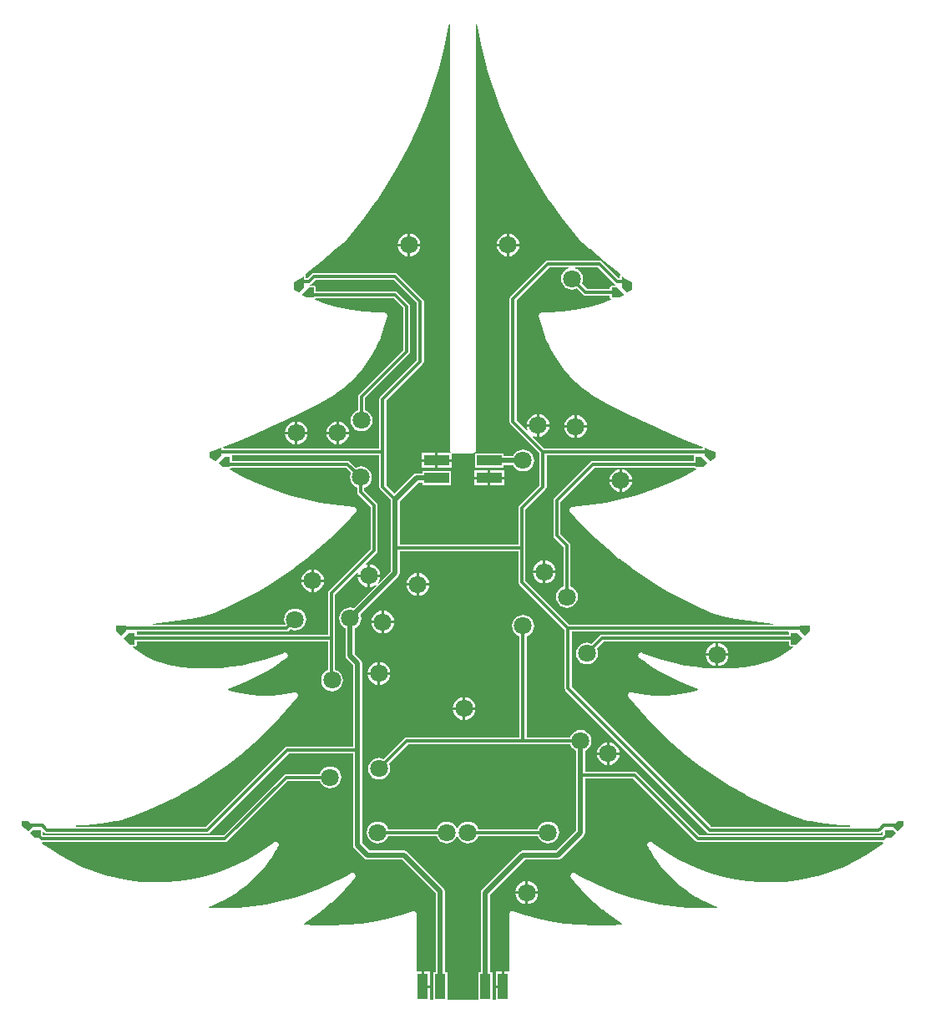
<source format=gbr>
%TF.GenerationSoftware,Altium Limited,Altium Designer,21.2.1 (34)*%
G04 Layer_Physical_Order=2*
G04 Layer_Color=11511158*
%FSLAX25Y25*%
%MOIN*%
%TF.SameCoordinates,D824F303-33D3-4EC3-9BEE-61EECA8924FC*%
%TF.FilePolarity,Positive*%
%TF.FileFunction,Copper,L2,Bot,Signal*%
%TF.Part,Single*%
G01*
G75*
%TA.AperFunction,SMDPad,CuDef*%
%ADD10R,0.03937X0.09843*%
%ADD11R,0.09843X0.03937*%
%ADD12R,0.01968X0.01968*%
%TA.AperFunction,Conductor*%
%ADD13C,0.01968*%
%ADD14C,0.01181*%
%TA.AperFunction,ViaPad*%
%ADD15R,0.03937X0.09843*%
%ADD16R,0.09843X0.03937*%
%ADD17C,0.07087*%
G36*
X243507Y311507D02*
X243962Y311202D01*
X243990Y311196D01*
X243951Y310803D01*
X242500D01*
X242193Y310742D01*
X241932Y310568D01*
X241758Y310307D01*
X241697Y310000D01*
Y309405D01*
X232582D01*
X230397Y311590D01*
X230719Y312369D01*
X230868Y313500D01*
X230719Y314631D01*
X230283Y315684D01*
X229589Y316589D01*
X228684Y317283D01*
X227630Y317719D01*
X227707Y318095D01*
X236918D01*
X243507Y311507D01*
D02*
G37*
G36*
X248000Y313500D02*
X250500Y312000D01*
Y309000D01*
X248478Y307978D01*
X246456Y310000D01*
Y314426D01*
X248000Y313500D01*
D02*
G37*
G36*
X119544Y310000D02*
X117522Y307978D01*
X115500Y309000D01*
Y312000D01*
X118000Y313500D01*
X119544Y314426D01*
Y310000D01*
D02*
G37*
G36*
X247500Y307000D02*
X245500Y306000D01*
X242500D01*
Y310000D01*
X244500D01*
X247500Y307000D01*
D02*
G37*
G36*
X123500Y306000D02*
X120500D01*
X118500Y307000D01*
X121500Y310000D01*
X123500D01*
Y306000D01*
D02*
G37*
G36*
X164595Y303918D02*
Y281082D01*
X150006Y266493D01*
X149702Y266038D01*
X149595Y265500D01*
Y245905D01*
X87368D01*
X87308Y246299D01*
X87534Y246517D01*
X93509Y248897D01*
X93518Y248903D01*
X93528Y248905D01*
X99819Y251535D01*
X99828Y251540D01*
X99838Y251543D01*
X106084Y254278D01*
X106092Y254284D01*
X106102Y254286D01*
X112301Y257126D01*
X112310Y257132D01*
X112320Y257135D01*
X118470Y260078D01*
X118478Y260085D01*
X118488Y260087D01*
X124588Y263134D01*
X124594Y263139D01*
X124602Y263141D01*
X127632Y264703D01*
X127651Y264717D01*
X127673Y264725D01*
X129213Y265594D01*
X129238Y265616D01*
X129269Y265628D01*
X132248Y267533D01*
X132281Y267564D01*
X132321Y267583D01*
X135153Y269700D01*
X135183Y269733D01*
X135222Y269755D01*
X137892Y272073D01*
X137920Y272108D01*
X137957Y272133D01*
X140451Y274640D01*
X140476Y274677D01*
X140511Y274704D01*
X142816Y277386D01*
X142838Y277424D01*
X142871Y277454D01*
X144974Y280297D01*
X144993Y280337D01*
X145024Y280369D01*
X146915Y283358D01*
X146931Y283400D01*
X146959Y283434D01*
X148626Y286552D01*
X148639Y286595D01*
X148665Y286631D01*
X150101Y289863D01*
X150110Y289906D01*
X150133Y289944D01*
X151330Y293272D01*
X151336Y293316D01*
X151356Y293356D01*
X152307Y296762D01*
X152310Y296795D01*
X152323Y296826D01*
X152704Y298553D01*
X152707Y298682D01*
X152733Y298809D01*
X152712Y298915D01*
X152714Y299023D01*
X152667Y299143D01*
X152642Y299270D01*
X152583Y299360D01*
X152544Y299460D01*
X152454Y299554D01*
X152382Y299662D01*
X152293Y299722D01*
X152218Y299799D01*
X152100Y299851D01*
X151992Y299924D01*
X151887Y299945D01*
X151788Y299988D01*
X151659Y299991D01*
X151532Y300017D01*
X148909Y300024D01*
X143675Y300379D01*
X138475Y301076D01*
X133332Y302109D01*
X128268Y303476D01*
X124039Y304918D01*
X123971Y305290D01*
X124246Y305595D01*
X155418D01*
X159095Y301918D01*
Y285082D01*
X141507Y267493D01*
X141202Y267038D01*
X141095Y266500D01*
Y261106D01*
X140316Y260783D01*
X139411Y260089D01*
X138717Y259184D01*
X138281Y258131D01*
X138132Y257000D01*
X138281Y255870D01*
X138717Y254816D01*
X139411Y253911D01*
X140316Y253217D01*
X141369Y252781D01*
X142500Y252632D01*
X143631Y252781D01*
X144684Y253217D01*
X145589Y253911D01*
X146283Y254816D01*
X146719Y255870D01*
X146868Y257000D01*
X146719Y258131D01*
X146283Y259184D01*
X145589Y260089D01*
X144684Y260783D01*
X143905Y261106D01*
Y265918D01*
X161494Y283507D01*
X161798Y283962D01*
X161905Y284500D01*
Y302500D01*
X161798Y303038D01*
X161494Y303493D01*
X156993Y307993D01*
X156538Y308298D01*
X156000Y308405D01*
X124303D01*
Y310000D01*
X124242Y310307D01*
X124068Y310568D01*
X123807Y310742D01*
X123500Y310803D01*
X122049D01*
X122010Y311196D01*
X122038Y311202D01*
X122494Y311507D01*
X124082Y313095D01*
X155418D01*
X164595Y303918D01*
D02*
G37*
G36*
X225370Y317719D02*
X224316Y317283D01*
X223411Y316589D01*
X222717Y315684D01*
X222281Y314631D01*
X222132Y313500D01*
X222281Y312369D01*
X222717Y311316D01*
X223411Y310411D01*
X224316Y309717D01*
X225370Y309281D01*
X226500Y309132D01*
X227630Y309281D01*
X228410Y309604D01*
X231007Y307007D01*
X231462Y306702D01*
X232000Y306595D01*
X241697D01*
Y306000D01*
X241758Y305693D01*
X241932Y305432D01*
X242059Y305348D01*
X242026Y304921D01*
X237789Y303475D01*
X232724Y302109D01*
X227581Y301076D01*
X222381Y300379D01*
X217148Y300024D01*
X214525Y300017D01*
X214398Y299991D01*
X214268Y299988D01*
X214170Y299945D01*
X214064Y299924D01*
X213957Y299851D01*
X213838Y299799D01*
X213763Y299722D01*
X213674Y299662D01*
X213602Y299554D01*
X213513Y299460D01*
X213474Y299360D01*
X213414Y299270D01*
X213389Y299143D01*
X213342Y299022D01*
X213344Y298915D01*
X213324Y298809D01*
X213349Y298682D01*
X213352Y298553D01*
X213733Y296826D01*
X213747Y296795D01*
X213749Y296762D01*
X214700Y293356D01*
X214720Y293316D01*
X214727Y293272D01*
X215923Y289944D01*
X215946Y289906D01*
X215956Y289863D01*
X217391Y286631D01*
X217417Y286595D01*
X217430Y286552D01*
X219098Y283434D01*
X219126Y283399D01*
X219142Y283358D01*
X221032Y280369D01*
X221063Y280337D01*
X221082Y280297D01*
X223185Y277454D01*
X223218Y277424D01*
X223240Y277386D01*
X225546Y274704D01*
X225581Y274676D01*
X225605Y274639D01*
X228100Y272133D01*
X228137Y272108D01*
X228164Y272073D01*
X230835Y269755D01*
X230873Y269733D01*
X230903Y269700D01*
X233736Y267583D01*
X233776Y267564D01*
X233808Y267533D01*
X236787Y265628D01*
X236818Y265616D01*
X236844Y265594D01*
X238384Y264725D01*
X238406Y264717D01*
X238424Y264703D01*
X241455Y263141D01*
X241462Y263139D01*
X241468Y263134D01*
X247568Y260087D01*
X247578Y260084D01*
X247586Y260078D01*
X253737Y257135D01*
X253747Y257132D01*
X253755Y257126D01*
X259954Y254286D01*
X259964Y254284D01*
X259973Y254278D01*
X266218Y251543D01*
X266229Y251540D01*
X266237Y251535D01*
X272528Y248905D01*
X272538Y248903D01*
X272547Y248897D01*
X278485Y246532D01*
X278698Y246298D01*
X278626Y245905D01*
X215582D01*
X211004Y250483D01*
X211227Y250817D01*
X211814Y250574D01*
X212500Y250483D01*
Y254500D01*
X208483D01*
X208574Y253814D01*
X208817Y253227D01*
X208483Y253004D01*
X204405Y257082D01*
Y304918D01*
X217582Y318095D01*
X225293D01*
X225370Y317719D01*
D02*
G37*
G36*
X188734Y414012D02*
X188741Y413992D01*
X188742Y413971D01*
X190468Y405777D01*
X190479Y405751D01*
X190480Y405722D01*
X192588Y397618D01*
X192600Y397592D01*
X192603Y397564D01*
X195088Y389567D01*
X195101Y389542D01*
X195106Y389514D01*
X197962Y381643D01*
X197976Y381618D01*
X197982Y381590D01*
X201203Y373861D01*
X201219Y373837D01*
X201226Y373809D01*
X204805Y366239D01*
X204822Y366216D01*
X204830Y366189D01*
X208760Y358795D01*
X208778Y358773D01*
X208787Y358746D01*
X213059Y351543D01*
X213078Y351522D01*
X213088Y351496D01*
X217692Y344501D01*
X217712Y344481D01*
X217724Y344455D01*
X222650Y337683D01*
X222671Y337664D01*
X222684Y337639D01*
X227921Y331105D01*
X227938Y331091D01*
X227948Y331073D01*
X230680Y327900D01*
X230754Y327841D01*
X230813Y327768D01*
X233692Y325321D01*
X233699Y325317D01*
X233704Y325311D01*
X239522Y320488D01*
X239531Y320483D01*
X239537Y320475D01*
X245433Y315748D01*
X245442Y315743D01*
X245449Y315736D01*
X245833Y315438D01*
X245878Y315323D01*
X245893Y315251D01*
X245888Y314994D01*
X245833Y314912D01*
X245767Y314840D01*
X245747Y314783D01*
X245714Y314734D01*
X245695Y314637D01*
X245662Y314545D01*
X245665Y314485D01*
X245653Y314426D01*
Y313905D01*
X245082D01*
X238493Y320493D01*
X238038Y320798D01*
X237500Y320905D01*
X217000D01*
X216462Y320798D01*
X216007Y320493D01*
X202007Y306493D01*
X201702Y306038D01*
X201595Y305500D01*
Y256500D01*
X201702Y255962D01*
X202007Y255507D01*
X213595Y243918D01*
Y231082D01*
X205507Y222993D01*
X205202Y222538D01*
X205095Y222000D01*
Y207405D01*
X157806D01*
Y224752D01*
X165248Y232194D01*
X166791D01*
Y231244D01*
X178209D01*
Y236756D01*
X166791D01*
Y235806D01*
X164500D01*
X163809Y235669D01*
X163223Y235277D01*
X155716Y227771D01*
X152405Y231082D01*
Y244500D01*
Y264918D01*
X166993Y279507D01*
X167298Y279962D01*
X167405Y280500D01*
Y304500D01*
X167298Y305038D01*
X166993Y305493D01*
X156993Y315493D01*
X156538Y315798D01*
X156000Y315905D01*
X123500D01*
X122962Y315798D01*
X122506Y315493D01*
X120918Y313905D01*
X120347D01*
Y314426D01*
X120335Y314485D01*
X120338Y314545D01*
X120305Y314637D01*
X120286Y314734D01*
X120253Y314783D01*
X120232Y314840D01*
X120175Y314903D01*
X120155Y314930D01*
X120112Y314994D01*
X120140Y315283D01*
X120156Y315334D01*
X120198Y315419D01*
X120607Y315736D01*
X120614Y315743D01*
X120623Y315748D01*
X126519Y320476D01*
X126526Y320483D01*
X126534Y320488D01*
X132353Y325311D01*
X132357Y325317D01*
X132364Y325321D01*
X135243Y327768D01*
X135302Y327842D01*
X135376Y327900D01*
X138108Y331073D01*
X138119Y331092D01*
X138135Y331106D01*
X143373Y337640D01*
X143386Y337665D01*
X143407Y337685D01*
X148334Y344457D01*
X148346Y344483D01*
X148366Y344503D01*
X152970Y351499D01*
X152981Y351525D01*
X153000Y351547D01*
X157271Y358750D01*
X157281Y358777D01*
X157299Y358799D01*
X161229Y366195D01*
X161237Y366222D01*
X161254Y366245D01*
X164833Y373816D01*
X164840Y373844D01*
X164856Y373868D01*
X168077Y381598D01*
X168083Y381626D01*
X168098Y381650D01*
X170954Y389523D01*
X170958Y389551D01*
X170972Y389577D01*
X173456Y397574D01*
X173459Y397603D01*
X173471Y397628D01*
X175579Y405734D01*
X175580Y405762D01*
X175592Y405789D01*
X177317Y413983D01*
X177317Y414005D01*
X177325Y414025D01*
X177493Y414990D01*
X177887Y414956D01*
X177887Y245079D01*
X177979Y244618D01*
X178149Y244362D01*
X177972Y243969D01*
X173000D01*
Y241500D01*
X178421D01*
Y243637D01*
X178456Y243691D01*
X178815Y243929D01*
X179091Y243875D01*
X186965D01*
X187426Y243966D01*
X187489Y243938D01*
X187426Y243966D01*
X187418Y243965D01*
X187515Y243925D01*
X187713Y243815D01*
X187761Y243767D01*
X187791Y243460D01*
X187791Y243374D01*
Y238244D01*
X199209D01*
Y239194D01*
X203061D01*
X203217Y238816D01*
X203911Y237911D01*
X204816Y237217D01*
X205870Y236781D01*
X207000Y236632D01*
X208131Y236781D01*
X209184Y237217D01*
X210089Y237911D01*
X210783Y238816D01*
X211219Y239869D01*
X211368Y241000D01*
X211219Y242130D01*
X210783Y243184D01*
X210089Y244089D01*
X209184Y244783D01*
X208131Y245219D01*
X207000Y245368D01*
X205870Y245219D01*
X204816Y244783D01*
X203911Y244089D01*
X203217Y243184D01*
X203061Y242806D01*
X199209D01*
Y243756D01*
X188177D01*
X188133Y243756D01*
X187793Y244139D01*
X187801Y244198D01*
X187817Y244227D01*
X187833Y244251D01*
X188078Y244618D01*
X188169Y245079D01*
X188169Y414957D01*
X188563Y414991D01*
X188734Y414012D01*
D02*
G37*
G36*
X281000Y245500D02*
X284000Y244500D01*
Y242000D01*
X281813Y240687D01*
X279500Y243000D01*
X279500Y246000D01*
X281000Y245500D01*
D02*
G37*
G36*
X86500Y243000D02*
X84188Y240687D01*
X82000Y242000D01*
Y244500D01*
X85000Y245500D01*
X86500Y246000D01*
X86500Y243000D01*
D02*
G37*
G36*
X280500Y240000D02*
X279000Y238500D01*
X276000D01*
Y242500D01*
X278000D01*
X280500Y240000D01*
D02*
G37*
G36*
X90000Y238500D02*
X87000D01*
X85500Y240000D01*
X88000Y242500D01*
X90000D01*
Y238500D01*
D02*
G37*
G36*
X149595Y230500D02*
X149702Y229962D01*
X150006Y229507D01*
X154194Y225320D01*
Y206000D01*
Y196748D01*
X149340Y191895D01*
X149044Y192155D01*
X149469Y192709D01*
X149926Y193814D01*
X150017Y194500D01*
X146000D01*
Y190483D01*
X146686Y190574D01*
X147791Y191031D01*
X148345Y191456D01*
X148605Y191160D01*
X139508Y182063D01*
X139130Y182219D01*
X138000Y182368D01*
X136870Y182219D01*
X135816Y181783D01*
X134911Y181089D01*
X134217Y180184D01*
X133781Y179130D01*
X133632Y178000D01*
X133781Y176869D01*
X134217Y175816D01*
X134911Y174911D01*
X135816Y174217D01*
X136194Y174061D01*
Y163000D01*
X136331Y162309D01*
X136723Y161723D01*
X139194Y159252D01*
Y126905D01*
X113000D01*
X112462Y126798D01*
X112006Y126494D01*
X80418Y94905D01*
X28611D01*
X28605Y95299D01*
X32513Y95425D01*
X32551Y95434D01*
X32590Y95430D01*
X38355Y95989D01*
X38392Y96000D01*
X38431Y95999D01*
X44147Y96928D01*
X44175Y96938D01*
X44205Y96938D01*
X47037Y97540D01*
X47100Y97567D01*
X47168Y97576D01*
X47175Y97580D01*
X47184Y97581D01*
X50555Y98759D01*
X50574Y98770D01*
X50596Y98773D01*
X57249Y101370D01*
X57274Y101386D01*
X57303Y101392D01*
X63823Y104305D01*
X63847Y104322D01*
X63876Y104330D01*
X70249Y107554D01*
X70272Y107572D01*
X70300Y107581D01*
X76510Y111108D01*
X76532Y111127D01*
X76560Y111137D01*
X82593Y114959D01*
X82615Y114979D01*
X82642Y114991D01*
X88485Y119097D01*
X88505Y119119D01*
X88531Y119132D01*
X94170Y123515D01*
X94189Y123537D01*
X94214Y123552D01*
X99636Y128201D01*
X99654Y128224D01*
X99679Y128240D01*
X104870Y133144D01*
X104887Y133168D01*
X104911Y133185D01*
X109860Y138334D01*
X109876Y138359D01*
X109900Y138377D01*
X114595Y143757D01*
X114606Y143777D01*
X114623Y143791D01*
X116873Y146564D01*
X116911Y146635D01*
X116965Y146695D01*
X117019Y146842D01*
X117092Y146980D01*
X117099Y147060D01*
X117127Y147136D01*
X117121Y147292D01*
X117136Y147448D01*
X117112Y147525D01*
X117108Y147605D01*
X117043Y147747D01*
X116997Y147897D01*
X116945Y147959D01*
X116911Y148032D01*
X116796Y148138D01*
X116696Y148258D01*
X116625Y148296D01*
X116566Y148350D01*
X116419Y148404D01*
X116281Y148477D01*
X116201Y148485D01*
X116125Y148512D01*
X115969Y148506D01*
X115813Y148521D01*
X115736Y148497D01*
X115656Y148494D01*
X113780Y148042D01*
X109971Y147429D01*
X106126Y147111D01*
X102268Y147091D01*
X98420Y147367D01*
X94604Y147938D01*
X90844Y148802D01*
X89182Y149321D01*
X89174Y149715D01*
X90700Y150256D01*
X90722Y150269D01*
X90748Y150274D01*
X94261Y151688D01*
X94283Y151702D01*
X94308Y151708D01*
X97759Y153270D01*
X97780Y153285D01*
X97805Y153292D01*
X101187Y154998D01*
X101207Y155013D01*
X101232Y155021D01*
X104539Y156868D01*
X104559Y156885D01*
X104583Y156894D01*
X107809Y158878D01*
X107828Y158896D01*
X107852Y158905D01*
X110992Y161024D01*
X111005Y161038D01*
X111023Y161046D01*
X112559Y162154D01*
X112625Y162225D01*
X112706Y162279D01*
X112708Y162283D01*
X112712Y162285D01*
X112786Y162399D01*
X112879Y162498D01*
X112913Y162589D01*
X112967Y162670D01*
X112968Y162674D01*
X112970Y162677D01*
X112996Y162811D01*
X113043Y162938D01*
X113040Y163036D01*
X113058Y163131D01*
X113058Y163135D01*
X113058Y163139D01*
X113031Y163272D01*
X113026Y163408D01*
X112986Y163496D01*
X112967Y163592D01*
X112964Y163595D01*
X112964Y163599D01*
X112887Y163712D01*
X112831Y163835D01*
X112760Y163901D01*
X112706Y163982D01*
X112702Y163985D01*
X112700Y163988D01*
X112586Y164063D01*
X112487Y164155D01*
X112396Y164189D01*
X112315Y164243D01*
X112311Y164244D01*
X112307Y164246D01*
X112174Y164272D01*
X112046Y164320D01*
X111949Y164316D01*
X111854Y164335D01*
X111850Y164334D01*
X111846Y164335D01*
X111713Y164307D01*
X111577Y164303D01*
X111488Y164262D01*
X111393Y164243D01*
X111390Y164241D01*
X111386Y164240D01*
X109574Y163475D01*
X105878Y162127D01*
X102120Y160964D01*
X98310Y159989D01*
X94455Y159204D01*
X90566Y158612D01*
X86653Y158214D01*
X82724Y158010D01*
X78790Y158002D01*
X74862Y158190D01*
X70946Y158572D01*
X67055Y159148D01*
X65149Y159528D01*
X63390Y159950D01*
X59930Y161161D01*
X56610Y162714D01*
X53464Y164594D01*
X51140Y166323D01*
X51263Y166697D01*
X52000D01*
X52307Y166758D01*
X52568Y166932D01*
X52742Y167193D01*
X52803Y167500D01*
Y168595D01*
X129095D01*
Y157252D01*
X128566Y157033D01*
X127661Y156339D01*
X126967Y155434D01*
X126531Y154381D01*
X126382Y153250D01*
X126531Y152120D01*
X126967Y151066D01*
X127661Y150161D01*
X128566Y149467D01*
X129620Y149031D01*
X130750Y148882D01*
X131880Y149031D01*
X132934Y149467D01*
X133839Y150161D01*
X134533Y151066D01*
X134969Y152120D01*
X135118Y153250D01*
X134969Y154381D01*
X134533Y155434D01*
X133839Y156339D01*
X132934Y157033D01*
X131905Y157459D01*
Y170000D01*
Y187418D01*
X140677Y196190D01*
X141050Y196006D01*
X140983Y195500D01*
X145000D01*
Y199517D01*
X144494Y199450D01*
X144310Y199823D01*
X148494Y204007D01*
X148798Y204462D01*
X148905Y205000D01*
Y223000D01*
X148798Y223538D01*
X148494Y223993D01*
X143655Y228832D01*
Y230144D01*
X144434Y230467D01*
X145339Y231161D01*
X146033Y232066D01*
X146469Y233120D01*
X146618Y234250D01*
X146469Y235381D01*
X146033Y236434D01*
X145339Y237339D01*
X144434Y238033D01*
X143380Y238469D01*
X142250Y238618D01*
X141120Y238469D01*
X140340Y238146D01*
X137994Y240493D01*
X137538Y240798D01*
X137000Y240905D01*
X90803D01*
Y242500D01*
X90763Y242701D01*
X90937Y243007D01*
X91023Y243095D01*
X149595D01*
Y230500D01*
D02*
G37*
G36*
X275063Y243007D02*
X275237Y242701D01*
X275197Y242500D01*
Y240905D01*
X235000D01*
X234462Y240798D01*
X234007Y240493D01*
X219507Y225993D01*
X219202Y225538D01*
X219095Y225000D01*
Y211000D01*
X219202Y210462D01*
X219507Y210007D01*
X223095Y206418D01*
Y190606D01*
X222316Y190283D01*
X221411Y189589D01*
X220717Y188684D01*
X220281Y187630D01*
X220132Y186500D01*
X220281Y185370D01*
X220717Y184316D01*
X221411Y183411D01*
X222316Y182717D01*
X223370Y182281D01*
X224500Y182132D01*
X225630Y182281D01*
X226684Y182717D01*
X227589Y183411D01*
X228283Y184316D01*
X228719Y185370D01*
X228868Y186500D01*
X228719Y187630D01*
X228283Y188684D01*
X227589Y189589D01*
X226684Y190283D01*
X225905Y190606D01*
Y207000D01*
X225798Y207538D01*
X225493Y207993D01*
X221905Y211582D01*
Y224418D01*
X235582Y238095D01*
X275324D01*
X275432Y237932D01*
X275693Y237758D01*
X276000Y237697D01*
X276131D01*
X276229Y237303D01*
X271639Y234883D01*
X266631Y232524D01*
X261522Y230394D01*
X256321Y228496D01*
X251041Y226835D01*
X245690Y225413D01*
X240282Y224234D01*
X234825Y223301D01*
X229332Y222614D01*
X226573Y222395D01*
X226420Y222352D01*
X226262Y222328D01*
X226196Y222288D01*
X226121Y222268D01*
X225996Y222169D01*
X225859Y222086D01*
X225813Y222024D01*
X225752Y221976D01*
X225674Y221837D01*
X225579Y221709D01*
X225561Y221634D01*
X225523Y221566D01*
X225504Y221408D01*
X225466Y221253D01*
X225477Y221176D01*
X225468Y221099D01*
X225512Y220946D01*
X225535Y220788D01*
X225575Y220722D01*
X225596Y220647D01*
X225695Y220522D01*
X225777Y220385D01*
X227778Y218181D01*
X227792Y218171D01*
X227802Y218156D01*
X231930Y213866D01*
X231949Y213853D01*
X231962Y213833D01*
X236252Y209705D01*
X236272Y209692D01*
X236286Y209674D01*
X240732Y205714D01*
X240752Y205702D01*
X240767Y205683D01*
X245361Y201897D01*
X245382Y201886D01*
X245398Y201869D01*
X250134Y198262D01*
X250156Y198252D01*
X250172Y198235D01*
X255044Y194813D01*
X255065Y194804D01*
X255082Y194787D01*
X260083Y191556D01*
X260104Y191547D01*
X260122Y191532D01*
X265243Y188495D01*
X265265Y188487D01*
X265283Y188472D01*
X270517Y185635D01*
X270539Y185628D01*
X270558Y185613D01*
X275897Y182980D01*
X275920Y182974D01*
X275939Y182960D01*
X281376Y180533D01*
X281393Y180529D01*
X281407Y180520D01*
X284160Y179385D01*
X284273Y179363D01*
X284380Y179318D01*
X286861Y178817D01*
X286872Y178817D01*
X286881Y178813D01*
X291859Y177897D01*
X291873Y177897D01*
X291886Y177892D01*
X296884Y177090D01*
X296898Y177091D01*
X296912Y177086D01*
X301926Y176399D01*
X301940Y176400D01*
X301954Y176396D01*
X306983Y175824D01*
X307009Y175799D01*
X306845Y175405D01*
X225582D01*
X207905Y193082D01*
Y206000D01*
Y221418D01*
X215993Y229507D01*
X216298Y229962D01*
X216405Y230500D01*
Y243095D01*
X274977D01*
X275063Y243007D01*
D02*
G37*
G36*
X138354Y236160D02*
X138031Y235381D01*
X137882Y234250D01*
X138031Y233120D01*
X138467Y232066D01*
X139161Y231161D01*
X140066Y230467D01*
X140845Y230144D01*
Y228250D01*
X140952Y227712D01*
X141256Y227257D01*
X146095Y222418D01*
Y205582D01*
X129507Y188994D01*
X129202Y188538D01*
X129095Y188000D01*
Y171405D01*
X52803D01*
Y172000D01*
X52763Y172201D01*
X52937Y172507D01*
X53023Y172595D01*
X112500D01*
X113038Y172702D01*
X113494Y173006D01*
X114090Y173603D01*
X114869Y173281D01*
X116000Y173132D01*
X117130Y173281D01*
X118184Y173717D01*
X119089Y174411D01*
X119783Y175316D01*
X120219Y176370D01*
X120368Y177500D01*
X120219Y178630D01*
X119783Y179684D01*
X119089Y180589D01*
X118184Y181283D01*
X117130Y181719D01*
X116000Y181868D01*
X114869Y181719D01*
X113816Y181283D01*
X112911Y180589D01*
X112217Y179684D01*
X111781Y178630D01*
X111632Y177500D01*
X111781Y176370D01*
X112038Y175749D01*
X111775Y175405D01*
X59211D01*
X59048Y175799D01*
X59073Y175824D01*
X64102Y176396D01*
X64116Y176400D01*
X64130Y176399D01*
X69145Y177086D01*
X69158Y177091D01*
X69172Y177090D01*
X74170Y177892D01*
X74183Y177897D01*
X74197Y177897D01*
X79175Y178813D01*
X79185Y178817D01*
X79195Y178817D01*
X81676Y179318D01*
X81783Y179363D01*
X81897Y179385D01*
X84649Y180520D01*
X84664Y180529D01*
X84681Y180534D01*
X90117Y182960D01*
X90136Y182974D01*
X90159Y182980D01*
X95498Y185614D01*
X95517Y185628D01*
X95540Y185635D01*
X100773Y188472D01*
X100792Y188487D01*
X100814Y188495D01*
X105935Y191532D01*
X105952Y191547D01*
X105974Y191556D01*
X110974Y194788D01*
X110991Y194804D01*
X111012Y194813D01*
X115884Y198235D01*
X115901Y198252D01*
X115922Y198262D01*
X120659Y201869D01*
X120674Y201886D01*
X120695Y201897D01*
X125289Y205683D01*
X125304Y205702D01*
X125325Y205714D01*
X129770Y209674D01*
X129784Y209692D01*
X129804Y209705D01*
X134094Y213833D01*
X134107Y213853D01*
X134127Y213866D01*
X138254Y218156D01*
X138264Y218171D01*
X138278Y218181D01*
X140279Y220385D01*
X140361Y220522D01*
X140460Y220648D01*
X140474Y220694D01*
X140500Y220734D01*
X140506Y220763D01*
X140521Y220788D01*
X140545Y220946D01*
X140588Y221100D01*
X140583Y221147D01*
X140592Y221195D01*
X140586Y221224D01*
X140591Y221253D01*
X140552Y221408D01*
X140533Y221566D01*
X140510Y221608D01*
X140500Y221656D01*
X140484Y221680D01*
X140477Y221709D01*
X140382Y221837D01*
X140304Y221976D01*
X140266Y222006D01*
X140239Y222046D01*
X140215Y222063D01*
X140197Y222086D01*
X140061Y222169D01*
X139935Y222268D01*
X139889Y222281D01*
X139849Y222307D01*
X139820Y222313D01*
X139795Y222328D01*
X139637Y222352D01*
X139483Y222395D01*
X136724Y222614D01*
X131231Y223301D01*
X125774Y224234D01*
X120366Y225413D01*
X115016Y226835D01*
X109735Y228496D01*
X104535Y230394D01*
X99426Y232524D01*
X94418Y234883D01*
X89828Y237303D01*
X89925Y237697D01*
X90000D01*
X90307Y237758D01*
X90568Y237932D01*
X90676Y238095D01*
X136418D01*
X138354Y236160D01*
D02*
G37*
G36*
X321500Y173000D02*
X319546Y171046D01*
X317500Y173000D01*
Y175000D01*
X321500D01*
Y173000D01*
D02*
G37*
G36*
X48500D02*
X46454Y171046D01*
X44500Y173000D01*
Y175000D01*
X48500D01*
Y173000D01*
D02*
G37*
G36*
X318500Y170000D02*
X316000Y167500D01*
X314000D01*
Y172000D01*
X316500D01*
X318500Y170000D01*
D02*
G37*
G36*
X52000Y167500D02*
X50000D01*
X47500Y170000D01*
X49500Y172000D01*
X52000D01*
Y167500D01*
D02*
G37*
G36*
X313063Y172507D02*
X313237Y172201D01*
X313197Y172000D01*
Y171405D01*
X238500D01*
X237962Y171298D01*
X237507Y170993D01*
X234410Y167896D01*
X233630Y168219D01*
X232500Y168368D01*
X231369Y168219D01*
X230316Y167783D01*
X229411Y167089D01*
X228717Y166184D01*
X228281Y165130D01*
X228132Y164000D01*
X228281Y162870D01*
X228717Y161816D01*
X229411Y160911D01*
X230316Y160217D01*
X231369Y159781D01*
X232500Y159632D01*
X233630Y159781D01*
X234684Y160217D01*
X235589Y160911D01*
X236283Y161816D01*
X236719Y162870D01*
X236868Y164000D01*
X236719Y165130D01*
X236397Y165910D01*
X239082Y168595D01*
X313197D01*
Y167500D01*
X313258Y167193D01*
X313432Y166932D01*
X313693Y166758D01*
X314000Y166697D01*
X314793D01*
X314917Y166323D01*
X312593Y164594D01*
X309446Y162714D01*
X306126Y161161D01*
X302666Y159950D01*
X300907Y159528D01*
X299001Y159148D01*
X295110Y158572D01*
X291195Y158190D01*
X287266Y158002D01*
X283332Y158010D01*
X279404Y158214D01*
X275490Y158612D01*
X271601Y159204D01*
X267747Y159989D01*
X263936Y160964D01*
X260178Y162127D01*
X256482Y163475D01*
X254671Y164240D01*
X254572Y164260D01*
X254480Y164303D01*
X254344Y164307D01*
X254210Y164335D01*
X254111Y164316D01*
X254010Y164319D01*
X253883Y164272D01*
X253749Y164246D01*
X253664Y164191D01*
X253570Y164155D01*
X253470Y164063D01*
X253356Y163988D01*
X253300Y163904D01*
X253226Y163835D01*
X253169Y163712D01*
X253093Y163599D01*
X253072Y163500D01*
X253030Y163408D01*
X253025Y163272D01*
X252998Y163139D01*
X253017Y163040D01*
X253013Y162938D01*
X253061Y162811D01*
X253086Y162677D01*
X253142Y162593D01*
X253177Y162498D01*
X253270Y162399D01*
X253345Y162285D01*
X253429Y162228D01*
X253497Y162154D01*
X255033Y161046D01*
X255051Y161038D01*
X255064Y161024D01*
X258204Y158905D01*
X258228Y158895D01*
X258247Y158878D01*
X261473Y156894D01*
X261498Y156885D01*
X261517Y156868D01*
X264825Y155021D01*
X264849Y155013D01*
X264869Y154997D01*
X268251Y153292D01*
X268276Y153285D01*
X268297Y153270D01*
X271748Y151708D01*
X271773Y151702D01*
X271795Y151688D01*
X275309Y150274D01*
X275334Y150269D01*
X275356Y150256D01*
X276882Y149715D01*
X276874Y149321D01*
X275212Y148802D01*
X271452Y147938D01*
X267636Y147367D01*
X263788Y147090D01*
X259930Y147111D01*
X256085Y147429D01*
X252276Y148042D01*
X250401Y148494D01*
X250320Y148497D01*
X250244Y148521D01*
X250181Y148515D01*
X250119Y148527D01*
X250026Y148509D01*
X249931Y148512D01*
X249856Y148485D01*
X249776Y148477D01*
X249720Y148448D01*
X249658Y148435D01*
X249579Y148383D01*
X249490Y148350D01*
X249431Y148296D01*
X249360Y148258D01*
X249320Y148210D01*
X249267Y148174D01*
X249267D01*
X249215Y148096D01*
X249145Y148031D01*
X249111Y147959D01*
X249060Y147897D01*
X249041Y147836D01*
X249006Y147784D01*
X248988Y147691D01*
X248948Y147605D01*
X248945Y147525D01*
X248921Y147448D01*
X248927Y147385D01*
X248914Y147323D01*
X248933Y147230D01*
X248929Y147135D01*
X248957Y147060D01*
X248964Y146980D01*
X248994Y146924D01*
X249006Y146862D01*
X249059Y146783D01*
X249091Y146695D01*
X249146Y146635D01*
X249183Y146564D01*
X251433Y143791D01*
X251450Y143777D01*
X251461Y143757D01*
X256157Y138377D01*
X256180Y138359D01*
X256196Y138334D01*
X261145Y133185D01*
X261169Y133168D01*
X261186Y133144D01*
X266378Y128240D01*
X266403Y128224D01*
X266421Y128201D01*
X271842Y123552D01*
X271867Y123537D01*
X271887Y123515D01*
X277525Y119132D01*
X277552Y119119D01*
X277572Y119097D01*
X283415Y114991D01*
X283442Y114979D01*
X283463Y114958D01*
X289496Y111137D01*
X289524Y111127D01*
X289546Y111108D01*
X295757Y107581D01*
X295785Y107572D01*
X295808Y107554D01*
X302181Y104330D01*
X302209Y104322D01*
X302233Y104305D01*
X308753Y101392D01*
X308782Y101386D01*
X308807Y101370D01*
X315460Y98773D01*
X315482Y98770D01*
X315501Y98758D01*
X318872Y97581D01*
X318949Y97570D01*
X319019Y97540D01*
X321852Y96938D01*
X321881Y96938D01*
X321909Y96928D01*
X327625Y95999D01*
X327664Y96000D01*
X327702Y95989D01*
X333466Y95430D01*
X333505Y95434D01*
X333543Y95425D01*
X337450Y95299D01*
X337443Y94905D01*
X282082D01*
X226405Y150582D01*
Y172595D01*
X312977D01*
X313063Y172507D01*
D02*
G37*
G36*
X139194Y87500D02*
X139331Y86809D01*
X139723Y86223D01*
X143723Y82223D01*
X144309Y81831D01*
X145000Y81694D01*
X158752D01*
X172194Y68252D01*
Y36709D01*
X171244D01*
Y25811D01*
X169968D01*
Y30500D01*
X167000D01*
Y31000D01*
X166500D01*
Y36921D01*
X164547D01*
X164547Y60039D01*
X164508Y60238D01*
X164479Y60439D01*
X164462Y60467D01*
X164456Y60500D01*
X164343Y60669D01*
X164240Y60843D01*
X164213Y60863D01*
X164195Y60891D01*
X164026Y61004D01*
X163864Y61125D01*
X163832Y61133D01*
X163804Y61152D01*
X163605Y61191D01*
X163409Y61242D01*
X163376Y61237D01*
X163343Y61244D01*
X163144Y61204D01*
X162944Y61175D01*
X160099Y60175D01*
X154302Y58514D01*
X148418Y57197D01*
X142465Y56230D01*
X136467Y55615D01*
X130442Y55355D01*
X124412Y55450D01*
X119530Y55817D01*
X119437Y56199D01*
X120902Y57106D01*
X120925Y57127D01*
X120953Y57139D01*
X124167Y59357D01*
X124188Y59379D01*
X124215Y59393D01*
X127315Y61769D01*
X127335Y61791D01*
X127362Y61806D01*
X130338Y64334D01*
X130357Y64358D01*
X130383Y64374D01*
X133230Y67047D01*
X133248Y67072D01*
X133273Y67089D01*
X135983Y69901D01*
X136000Y69926D01*
X136024Y69945D01*
X138591Y72888D01*
X138602Y72908D01*
X138619Y72923D01*
X139847Y74442D01*
X139855Y74458D01*
X139869Y74470D01*
X139964Y74666D01*
X140065Y74858D01*
X140067Y74876D01*
X140075Y74892D01*
X140088Y75109D01*
X140108Y75326D01*
X140102Y75343D01*
X140103Y75361D01*
X140033Y75567D01*
X139968Y75774D01*
X139956Y75788D01*
X139950Y75806D01*
X139806Y75969D01*
X139667Y76135D01*
X139651Y76144D01*
X139639Y76157D01*
X139443Y76253D01*
X139251Y76354D01*
X139233Y76355D01*
X139217Y76363D01*
X138999Y76376D01*
X138783Y76396D01*
X138766Y76391D01*
X138748Y76392D01*
X138542Y76321D01*
X138335Y76256D01*
X138321Y76245D01*
X138303Y76239D01*
X135904Y74839D01*
X130960Y72305D01*
X125885Y70045D01*
X120694Y68065D01*
X115403Y66372D01*
X110028Y64969D01*
X104584Y63862D01*
X99087Y63054D01*
X93555Y62547D01*
X88003Y62342D01*
X82449Y62441D01*
X81515Y62509D01*
X81460Y62899D01*
X83201Y63533D01*
X83240Y63556D01*
X83283Y63566D01*
X86638Y65074D01*
X86674Y65100D01*
X86717Y65113D01*
X89952Y66863D01*
X89986Y66891D01*
X90028Y66907D01*
X93126Y68889D01*
X93159Y68920D01*
X93199Y68939D01*
X96144Y71142D01*
X96174Y71175D01*
X96213Y71197D01*
X98989Y73610D01*
X99016Y73645D01*
X99054Y73670D01*
X101646Y76279D01*
X101671Y76317D01*
X101706Y76344D01*
X104100Y79136D01*
X104122Y79175D01*
X104155Y79205D01*
X106339Y82165D01*
X106358Y82205D01*
X106388Y82237D01*
X108350Y85349D01*
X108362Y85380D01*
X108384Y85406D01*
X109277Y87013D01*
X109347Y87231D01*
X109420Y87447D01*
X109419Y87454D01*
X109421Y87460D01*
X109403Y87688D01*
X109387Y87916D01*
X109384Y87922D01*
X109383Y87929D01*
X109279Y88132D01*
X109177Y88336D01*
X109172Y88341D01*
X109169Y88347D01*
X108994Y88495D01*
X108822Y88644D01*
X108816Y88646D01*
X108810Y88651D01*
X108593Y88721D01*
X108376Y88793D01*
X108370Y88793D01*
X108363Y88795D01*
X108135Y88776D01*
X107908Y88760D01*
X107902Y88757D01*
X107895Y88757D01*
X107692Y88652D01*
X107487Y88550D01*
X105547Y87047D01*
X101482Y84297D01*
X97246Y81815D01*
X92860Y79612D01*
X88340Y77698D01*
X83706Y76080D01*
X78977Y74765D01*
X74173Y73758D01*
X69314Y73063D01*
X64420Y72685D01*
X59512Y72623D01*
X54610Y72879D01*
X49735Y73451D01*
X44907Y74337D01*
X40146Y75533D01*
X35473Y77035D01*
X30907Y78835D01*
X26466Y80927D01*
X22170Y83302D01*
X18036Y85949D01*
X14956Y88215D01*
X14962Y88269D01*
X15104Y88595D01*
X88000D01*
X88538Y88702D01*
X88993Y89007D01*
X113082Y113095D01*
X125894D01*
X126217Y112316D01*
X126911Y111411D01*
X127816Y110717D01*
X128869Y110281D01*
X130000Y110132D01*
X131131Y110281D01*
X132184Y110717D01*
X133089Y111411D01*
X133783Y112316D01*
X134219Y113370D01*
X134368Y114500D01*
X134219Y115630D01*
X133783Y116684D01*
X133089Y117589D01*
X132184Y118283D01*
X131131Y118719D01*
X130000Y118868D01*
X128869Y118719D01*
X127816Y118283D01*
X126911Y117589D01*
X126217Y116684D01*
X125894Y115905D01*
X112500D01*
X111962Y115798D01*
X111506Y115494D01*
X87418Y91405D01*
X15582D01*
X15303Y91684D01*
Y92696D01*
X15667Y92847D01*
X16006Y92507D01*
X16462Y92202D01*
X17000Y92095D01*
X81000D01*
X81538Y92202D01*
X81993Y92507D01*
X113582Y124095D01*
X139194D01*
Y87500D01*
D02*
G37*
G36*
X359000Y95000D02*
X356500Y93000D01*
X354500Y95000D01*
X356500Y97000D01*
X359000D01*
Y95000D01*
D02*
G37*
G36*
X11500D02*
X9500Y93000D01*
X7000Y95000D01*
Y97000D01*
X9500D01*
X11500Y95000D01*
D02*
G37*
G36*
X205095Y192500D02*
X205202Y191962D01*
X205507Y191507D01*
X223595Y173418D01*
Y150000D01*
X223702Y149462D01*
X224007Y149007D01*
X280507Y92507D01*
X280962Y92202D01*
X281500Y92095D01*
X349000D01*
X349538Y92202D01*
X349993Y92507D01*
X350333Y92847D01*
X350697Y92696D01*
Y91684D01*
X350418Y91405D01*
X277582D01*
X261493Y107493D01*
X261493Y107493D01*
X252493Y116493D01*
X252038Y116798D01*
X251500Y116905D01*
X231806D01*
Y125167D01*
X232109Y125292D01*
X233014Y125987D01*
X233708Y126891D01*
X234144Y127945D01*
X234293Y129075D01*
X234144Y130206D01*
X233708Y131259D01*
X233014Y132164D01*
X232109Y132858D01*
X231055Y133294D01*
X229925Y133443D01*
X228794Y133294D01*
X227741Y132858D01*
X226836Y132164D01*
X226142Y131259D01*
X225819Y130480D01*
X208405D01*
Y170894D01*
X209184Y171217D01*
X210089Y171911D01*
X210783Y172816D01*
X211219Y173870D01*
X211368Y175000D01*
X211219Y176130D01*
X210783Y177184D01*
X210089Y178089D01*
X209184Y178783D01*
X208131Y179219D01*
X207000Y179368D01*
X205870Y179219D01*
X204816Y178783D01*
X203911Y178089D01*
X203217Y177184D01*
X202781Y176130D01*
X202632Y175000D01*
X202781Y173870D01*
X203217Y172816D01*
X203911Y171911D01*
X204816Y171217D01*
X205595Y170894D01*
Y130480D01*
X160575D01*
X160038Y130373D01*
X159582Y130069D01*
X151410Y121897D01*
X150630Y122219D01*
X149500Y122368D01*
X148370Y122219D01*
X147316Y121783D01*
X146411Y121089D01*
X145717Y120184D01*
X145281Y119131D01*
X145132Y118000D01*
X145281Y116869D01*
X145717Y115816D01*
X146411Y114911D01*
X147316Y114217D01*
X148370Y113781D01*
X149500Y113632D01*
X150630Y113781D01*
X151684Y114217D01*
X152589Y114911D01*
X153283Y115816D01*
X153719Y116869D01*
X153868Y118000D01*
X153719Y119131D01*
X153396Y119910D01*
X161157Y127670D01*
X225819D01*
X226142Y126891D01*
X226836Y125987D01*
X227741Y125292D01*
X228194Y125105D01*
Y115500D01*
Y93248D01*
X220252Y85306D01*
X207000D01*
X206309Y85169D01*
X205723Y84777D01*
X190623Y69677D01*
X190231Y69091D01*
X190094Y68400D01*
Y36709D01*
X189244D01*
Y25811D01*
X176756D01*
Y36709D01*
X175806D01*
Y69000D01*
X175669Y69691D01*
X175277Y70277D01*
X160777Y84777D01*
X160191Y85169D01*
X159500Y85306D01*
X145748D01*
X142806Y88248D01*
Y125500D01*
Y160000D01*
X142669Y160691D01*
X142277Y161277D01*
X139806Y163748D01*
Y174061D01*
X140184Y174217D01*
X141089Y174911D01*
X141783Y175816D01*
X142219Y176869D01*
X142368Y178000D01*
X142219Y179130D01*
X142063Y179508D01*
X157277Y194723D01*
X157669Y195309D01*
X157806Y196000D01*
Y204595D01*
X205095D01*
Y192500D01*
D02*
G37*
G36*
X355750Y92250D02*
X354000Y90500D01*
X351500D01*
Y93500D01*
X354500D01*
X355750Y92250D01*
D02*
G37*
G36*
X14500Y90500D02*
X12000D01*
X10250Y92250D01*
X11500Y93500D01*
X14500D01*
Y90500D01*
D02*
G37*
G36*
X259507Y105507D02*
X259507Y105507D01*
X276007Y89007D01*
X276462Y88702D01*
X277000Y88595D01*
X350595D01*
X350963Y88206D01*
X350959Y88112D01*
X348020Y85949D01*
X343886Y83302D01*
X339590Y80927D01*
X335150Y78835D01*
X330583Y77035D01*
X325910Y75533D01*
X321150Y74337D01*
X316322Y73451D01*
X311446Y72879D01*
X306545Y72623D01*
X301637Y72685D01*
X296743Y73063D01*
X291883Y73758D01*
X287079Y74765D01*
X282350Y76080D01*
X277716Y77698D01*
X273196Y79612D01*
X268810Y81815D01*
X264575Y84297D01*
X260509Y87047D01*
X258569Y88550D01*
X258365Y88652D01*
X258162Y88757D01*
X258155Y88757D01*
X258149Y88760D01*
X257921Y88776D01*
X257693Y88795D01*
X257687Y88793D01*
X257680Y88793D01*
X257463Y88721D01*
X257246Y88651D01*
X257241Y88646D01*
X257234Y88644D01*
X257062Y88494D01*
X256888Y88347D01*
X256885Y88341D01*
X256879Y88336D01*
X256777Y88132D01*
X256673Y87929D01*
X256673Y87922D01*
X256670Y87916D01*
X256654Y87688D01*
X256635Y87461D01*
X256637Y87454D01*
X256637Y87447D01*
X256709Y87230D01*
X256779Y87013D01*
X257673Y85406D01*
X257695Y85380D01*
X257706Y85349D01*
X259668Y82237D01*
X259699Y82205D01*
X259718Y82165D01*
X261901Y79205D01*
X261934Y79175D01*
X261956Y79136D01*
X264351Y76344D01*
X264386Y76316D01*
X264410Y76279D01*
X267003Y73670D01*
X267040Y73645D01*
X267067Y73610D01*
X269843Y71197D01*
X269882Y71175D01*
X269912Y71142D01*
X272857Y68939D01*
X272898Y68920D01*
X272930Y68889D01*
X276028Y66907D01*
X276070Y66891D01*
X276104Y66863D01*
X279340Y65113D01*
X279382Y65100D01*
X279419Y65074D01*
X282773Y63566D01*
X282817Y63556D01*
X282855Y63533D01*
X284596Y62899D01*
X284542Y62509D01*
X283608Y62441D01*
X278053Y62342D01*
X272501Y62547D01*
X266969Y63054D01*
X261473Y63862D01*
X256029Y64969D01*
X250653Y66372D01*
X245362Y68065D01*
X240171Y70045D01*
X235096Y72305D01*
X230152Y74839D01*
X227753Y76239D01*
X227736Y76245D01*
X227722Y76256D01*
X227514Y76321D01*
X227309Y76392D01*
X227291Y76391D01*
X227273Y76396D01*
X227057Y76376D01*
X226840Y76363D01*
X226823Y76355D01*
X226805Y76354D01*
X226613Y76253D01*
X226417Y76157D01*
X226405Y76144D01*
X226389Y76135D01*
X226250Y75968D01*
X226106Y75805D01*
X226100Y75788D01*
X226088Y75774D01*
X226024Y75567D01*
X225953Y75361D01*
X225954Y75343D01*
X225949Y75326D01*
X225968Y75109D01*
X225981Y74892D01*
X225989Y74876D01*
X225991Y74858D01*
X226092Y74665D01*
X226187Y74470D01*
X226201Y74458D01*
X226209Y74442D01*
X227437Y72923D01*
X227454Y72908D01*
X227466Y72888D01*
X230032Y69945D01*
X230057Y69926D01*
X230073Y69901D01*
X232783Y67089D01*
X232808Y67072D01*
X232826Y67047D01*
X235673Y64374D01*
X235699Y64358D01*
X235718Y64334D01*
X238695Y61806D01*
X238721Y61791D01*
X238742Y61769D01*
X241841Y59393D01*
X241868Y59379D01*
X241890Y59357D01*
X245104Y57139D01*
X245132Y57127D01*
X245154Y57106D01*
X246620Y56199D01*
X246526Y55817D01*
X241644Y55450D01*
X235614Y55355D01*
X229590Y55615D01*
X223591Y56230D01*
X217639Y57197D01*
X211754Y58514D01*
X205957Y60175D01*
X203113Y61175D01*
X202912Y61204D01*
X202713Y61244D01*
X202680Y61237D01*
X202647Y61242D01*
X202451Y61191D01*
X202252Y61152D01*
X202225Y61133D01*
X202192Y61125D01*
X202030Y61004D01*
X201862Y60891D01*
X201843Y60863D01*
X201817Y60843D01*
X201713Y60669D01*
X201601Y60500D01*
X201594Y60467D01*
X201577Y60439D01*
X201549Y60238D01*
X201509Y60039D01*
X201509Y60039D01*
Y36921D01*
X199500D01*
Y31000D01*
X199000D01*
Y30500D01*
X196031D01*
Y25811D01*
X194756D01*
Y36709D01*
X193706D01*
Y67652D01*
X207748Y81694D01*
X221000D01*
X221691Y81831D01*
X222277Y82223D01*
X231277Y91223D01*
X231669Y91809D01*
X231806Y92500D01*
Y114095D01*
X250918D01*
X259507Y105507D01*
D02*
G37*
%LPC*%
G36*
X133500Y256517D02*
Y252500D01*
X137517D01*
X137426Y253186D01*
X136969Y254291D01*
X136240Y255240D01*
X135291Y255969D01*
X134186Y256426D01*
X133500Y256517D01*
D02*
G37*
G36*
X132500D02*
X131814Y256426D01*
X130709Y255969D01*
X129760Y255240D01*
X129031Y254291D01*
X128574Y253186D01*
X128483Y252500D01*
X132500D01*
Y256517D01*
D02*
G37*
G36*
X117000D02*
Y252500D01*
X121017D01*
X120926Y253186D01*
X120469Y254291D01*
X119740Y255240D01*
X118791Y255969D01*
X117686Y256426D01*
X117000Y256517D01*
D02*
G37*
G36*
X116000D02*
X115314Y256426D01*
X114209Y255969D01*
X113260Y255240D01*
X112531Y254291D01*
X112074Y253186D01*
X111983Y252500D01*
X116000D01*
Y256517D01*
D02*
G37*
G36*
X137517Y251500D02*
X133500D01*
Y247483D01*
X134186Y247574D01*
X135291Y248031D01*
X136240Y248760D01*
X136969Y249709D01*
X137426Y250814D01*
X137517Y251500D01*
D02*
G37*
G36*
X132500D02*
X128483D01*
X128574Y250814D01*
X129031Y249709D01*
X129760Y248760D01*
X130709Y248031D01*
X131814Y247574D01*
X132500Y247483D01*
Y251500D01*
D02*
G37*
G36*
X121017D02*
X117000D01*
Y247483D01*
X117686Y247574D01*
X118791Y248031D01*
X119740Y248760D01*
X120469Y249709D01*
X120926Y250814D01*
X121017Y251500D01*
D02*
G37*
G36*
X116000D02*
X111983D01*
X112074Y250814D01*
X112531Y249709D01*
X113260Y248760D01*
X114209Y248031D01*
X115314Y247574D01*
X116000Y247483D01*
Y251500D01*
D02*
G37*
G36*
X213500Y259517D02*
Y255500D01*
X217517D01*
X217426Y256186D01*
X216969Y257291D01*
X216240Y258240D01*
X215291Y258969D01*
X214186Y259426D01*
X213500Y259517D01*
D02*
G37*
G36*
X212500D02*
X211814Y259426D01*
X210709Y258969D01*
X209760Y258240D01*
X209031Y257291D01*
X208574Y256186D01*
X208483Y255500D01*
X212500D01*
Y259517D01*
D02*
G37*
G36*
X228500Y259017D02*
Y255000D01*
X232517D01*
X232426Y255686D01*
X231969Y256791D01*
X231240Y257740D01*
X230291Y258469D01*
X229186Y258926D01*
X228500Y259017D01*
D02*
G37*
G36*
X227500D02*
X226814Y258926D01*
X225709Y258469D01*
X224760Y257740D01*
X224031Y256791D01*
X223574Y255686D01*
X223483Y255000D01*
X227500D01*
Y259017D01*
D02*
G37*
G36*
X217517Y254500D02*
X213500D01*
Y250483D01*
X214186Y250574D01*
X215291Y251031D01*
X216240Y251760D01*
X216969Y252709D01*
X217426Y253814D01*
X217517Y254500D01*
D02*
G37*
G36*
X232517Y254000D02*
X228500D01*
Y249983D01*
X229186Y250074D01*
X230291Y250531D01*
X231240Y251260D01*
X231969Y252209D01*
X232426Y253314D01*
X232517Y254000D01*
D02*
G37*
G36*
X227500D02*
X223483D01*
X223574Y253314D01*
X224031Y252209D01*
X224760Y251260D01*
X225709Y250531D01*
X226814Y250074D01*
X227500Y249983D01*
Y254000D01*
D02*
G37*
G36*
X201500Y331517D02*
Y327500D01*
X205517D01*
X205426Y328186D01*
X204969Y329291D01*
X204240Y330240D01*
X203291Y330969D01*
X202186Y331426D01*
X201500Y331517D01*
D02*
G37*
G36*
X200500D02*
X199814Y331426D01*
X198709Y330969D01*
X197760Y330240D01*
X197031Y329291D01*
X196574Y328186D01*
X196483Y327500D01*
X200500D01*
Y331517D01*
D02*
G37*
G36*
X162000D02*
Y327500D01*
X166017D01*
X165926Y328186D01*
X165469Y329291D01*
X164740Y330240D01*
X163791Y330969D01*
X162686Y331426D01*
X162000Y331517D01*
D02*
G37*
G36*
X161000D02*
X160314Y331426D01*
X159209Y330969D01*
X158260Y330240D01*
X157531Y329291D01*
X157074Y328186D01*
X156983Y327500D01*
X161000D01*
Y331517D01*
D02*
G37*
G36*
X205517Y326500D02*
X201500D01*
Y322483D01*
X202186Y322574D01*
X203291Y323031D01*
X204240Y323760D01*
X204969Y324709D01*
X205426Y325814D01*
X205517Y326500D01*
D02*
G37*
G36*
X200500D02*
X196483D01*
X196574Y325814D01*
X197031Y324709D01*
X197760Y323760D01*
X198709Y323031D01*
X199814Y322574D01*
X200500Y322483D01*
Y326500D01*
D02*
G37*
G36*
X166017D02*
X162000D01*
Y322483D01*
X162686Y322574D01*
X163791Y323031D01*
X164740Y323760D01*
X165469Y324709D01*
X165926Y325814D01*
X166017Y326500D01*
D02*
G37*
G36*
X161000D02*
X156983D01*
X157074Y325814D01*
X157531Y324709D01*
X158260Y323760D01*
X159209Y323031D01*
X160314Y322574D01*
X161000Y322483D01*
Y326500D01*
D02*
G37*
G36*
X172000Y243969D02*
X166579D01*
Y241500D01*
X172000D01*
Y243969D01*
D02*
G37*
G36*
X178421Y240500D02*
X173000D01*
Y238032D01*
X178421D01*
Y240500D01*
D02*
G37*
G36*
X172000D02*
X166579D01*
Y238032D01*
X172000D01*
Y240500D01*
D02*
G37*
G36*
X199421Y236968D02*
X194000D01*
Y234500D01*
X199421D01*
Y236968D01*
D02*
G37*
G36*
X193000D02*
X187579D01*
Y234500D01*
X193000D01*
Y236968D01*
D02*
G37*
G36*
X199421Y233500D02*
X194000D01*
Y231031D01*
X199421D01*
Y233500D01*
D02*
G37*
G36*
X193000D02*
X187579D01*
Y231031D01*
X193000D01*
Y233500D01*
D02*
G37*
G36*
X146000Y199517D02*
Y195500D01*
X150017D01*
X149926Y196186D01*
X149469Y197291D01*
X148740Y198240D01*
X147791Y198969D01*
X146686Y199426D01*
X146000Y199517D01*
D02*
G37*
G36*
X145000Y194500D02*
X140983D01*
X141074Y193814D01*
X141531Y192709D01*
X142260Y191760D01*
X143209Y191031D01*
X144314Y190574D01*
X145000Y190483D01*
Y194500D01*
D02*
G37*
G36*
X246500Y237517D02*
Y233500D01*
X250517D01*
X250426Y234186D01*
X249969Y235291D01*
X249240Y236240D01*
X248291Y236969D01*
X247186Y237426D01*
X246500Y237517D01*
D02*
G37*
G36*
X245500D02*
X244814Y237426D01*
X243709Y236969D01*
X242760Y236240D01*
X242031Y235291D01*
X241574Y234186D01*
X241483Y233500D01*
X245500D01*
Y237517D01*
D02*
G37*
G36*
X250517Y232500D02*
X246500D01*
Y228483D01*
X247186Y228574D01*
X248291Y229031D01*
X249240Y229760D01*
X249969Y230709D01*
X250426Y231814D01*
X250517Y232500D01*
D02*
G37*
G36*
X245500D02*
X241483D01*
X241574Y231814D01*
X242031Y230709D01*
X242760Y229760D01*
X243709Y229031D01*
X244814Y228574D01*
X245500Y228483D01*
Y232500D01*
D02*
G37*
G36*
X216000Y201017D02*
Y197000D01*
X220017D01*
X219926Y197686D01*
X219469Y198791D01*
X218740Y199740D01*
X217791Y200469D01*
X216686Y200926D01*
X216000Y201017D01*
D02*
G37*
G36*
X215000D02*
X214314Y200926D01*
X213209Y200469D01*
X212260Y199740D01*
X211531Y198791D01*
X211074Y197686D01*
X210983Y197000D01*
X215000D01*
Y201017D01*
D02*
G37*
G36*
X220017Y196000D02*
X216000D01*
Y191983D01*
X216686Y192074D01*
X217791Y192531D01*
X218740Y193260D01*
X219469Y194209D01*
X219926Y195314D01*
X220017Y196000D01*
D02*
G37*
G36*
X215000D02*
X210983D01*
X211074Y195314D01*
X211531Y194209D01*
X212260Y193260D01*
X213209Y192531D01*
X214314Y192074D01*
X215000Y191983D01*
Y196000D01*
D02*
G37*
G36*
X123500Y197517D02*
Y193500D01*
X127517D01*
X127426Y194186D01*
X126969Y195291D01*
X126240Y196240D01*
X125291Y196969D01*
X124186Y197426D01*
X123500Y197517D01*
D02*
G37*
G36*
X122500D02*
X121814Y197426D01*
X120709Y196969D01*
X119760Y196240D01*
X119031Y195291D01*
X118574Y194186D01*
X118483Y193500D01*
X122500D01*
Y197517D01*
D02*
G37*
G36*
X127517Y192500D02*
X123500D01*
Y188483D01*
X124186Y188574D01*
X125291Y189031D01*
X126240Y189760D01*
X126969Y190709D01*
X127426Y191814D01*
X127517Y192500D01*
D02*
G37*
G36*
X122500D02*
X118483D01*
X118574Y191814D01*
X119031Y190709D01*
X119760Y189760D01*
X120709Y189031D01*
X121814Y188574D01*
X122500Y188483D01*
Y192500D01*
D02*
G37*
G36*
X285000Y168017D02*
Y164000D01*
X289017D01*
X288926Y164686D01*
X288469Y165791D01*
X287740Y166740D01*
X286791Y167469D01*
X285686Y167926D01*
X285000Y168017D01*
D02*
G37*
G36*
X284000D02*
X283314Y167926D01*
X282209Y167469D01*
X281260Y166740D01*
X280531Y165791D01*
X280074Y164686D01*
X279983Y164000D01*
X284000D01*
Y168017D01*
D02*
G37*
G36*
X289017Y163000D02*
X285000D01*
Y158983D01*
X285686Y159074D01*
X286791Y159531D01*
X287740Y160260D01*
X288469Y161209D01*
X288926Y162314D01*
X289017Y163000D01*
D02*
G37*
G36*
X284000D02*
X279983D01*
X280074Y162314D01*
X280531Y161209D01*
X281260Y160260D01*
X282209Y159531D01*
X283314Y159074D01*
X284000Y158983D01*
Y163000D01*
D02*
G37*
G36*
X169968Y36921D02*
X167500D01*
Y31500D01*
X169968D01*
Y36921D01*
D02*
G37*
G36*
X165500Y196017D02*
Y192000D01*
X169517D01*
X169426Y192686D01*
X168969Y193791D01*
X168240Y194740D01*
X167291Y195469D01*
X166186Y195926D01*
X165500Y196017D01*
D02*
G37*
G36*
X164500D02*
X163814Y195926D01*
X162709Y195469D01*
X161760Y194740D01*
X161031Y193791D01*
X160574Y192686D01*
X160483Y192000D01*
X164500D01*
Y196017D01*
D02*
G37*
G36*
X169517Y191000D02*
X165500D01*
Y186983D01*
X166186Y187074D01*
X167291Y187531D01*
X168240Y188260D01*
X168969Y189209D01*
X169426Y190314D01*
X169517Y191000D01*
D02*
G37*
G36*
X164500D02*
X160483D01*
X160574Y190314D01*
X161031Y189209D01*
X161760Y188260D01*
X162709Y187531D01*
X163814Y187074D01*
X164500Y186983D01*
Y191000D01*
D02*
G37*
G36*
X151500Y181017D02*
Y177000D01*
X155517D01*
X155426Y177686D01*
X154969Y178791D01*
X154240Y179740D01*
X153291Y180469D01*
X152186Y180926D01*
X151500Y181017D01*
D02*
G37*
G36*
X150500D02*
X149814Y180926D01*
X148709Y180469D01*
X147760Y179740D01*
X147031Y178791D01*
X146574Y177686D01*
X146483Y177000D01*
X150500D01*
Y181017D01*
D02*
G37*
G36*
X155517Y176000D02*
X151500D01*
Y171983D01*
X152186Y172074D01*
X153291Y172531D01*
X154240Y173260D01*
X154969Y174209D01*
X155426Y175314D01*
X155517Y176000D01*
D02*
G37*
G36*
X150500D02*
X146483D01*
X146574Y175314D01*
X147031Y174209D01*
X147760Y173260D01*
X148709Y172531D01*
X149814Y172074D01*
X150500Y171983D01*
Y176000D01*
D02*
G37*
G36*
X150000Y160517D02*
Y156500D01*
X154017D01*
X153926Y157186D01*
X153469Y158291D01*
X152740Y159240D01*
X151791Y159969D01*
X150686Y160426D01*
X150000Y160517D01*
D02*
G37*
G36*
X149000D02*
X148314Y160426D01*
X147209Y159969D01*
X146260Y159240D01*
X145531Y158291D01*
X145074Y157186D01*
X144983Y156500D01*
X149000D01*
Y160517D01*
D02*
G37*
G36*
X154017Y155500D02*
X150000D01*
Y151483D01*
X150686Y151574D01*
X151791Y152031D01*
X152740Y152760D01*
X153469Y153709D01*
X153926Y154814D01*
X154017Y155500D01*
D02*
G37*
G36*
X149000D02*
X144983D01*
X145074Y154814D01*
X145531Y153709D01*
X146260Y152760D01*
X147209Y152031D01*
X148314Y151574D01*
X149000Y151483D01*
Y155500D01*
D02*
G37*
G36*
X184000Y146517D02*
Y142500D01*
X188017D01*
X187926Y143186D01*
X187469Y144291D01*
X186740Y145240D01*
X185791Y145969D01*
X184686Y146426D01*
X184000Y146517D01*
D02*
G37*
G36*
X183000D02*
X182314Y146426D01*
X181209Y145969D01*
X180260Y145240D01*
X179531Y144291D01*
X179074Y143186D01*
X178983Y142500D01*
X183000D01*
Y146517D01*
D02*
G37*
G36*
X188017Y141500D02*
X184000D01*
Y137483D01*
X184686Y137574D01*
X185791Y138031D01*
X186740Y138760D01*
X187469Y139709D01*
X187926Y140814D01*
X188017Y141500D01*
D02*
G37*
G36*
X183000D02*
X178983D01*
X179074Y140814D01*
X179531Y139709D01*
X180260Y138760D01*
X181209Y138031D01*
X182314Y137574D01*
X183000Y137483D01*
Y141500D01*
D02*
G37*
G36*
X241500Y128517D02*
Y124500D01*
X245517D01*
X245426Y125186D01*
X244969Y126291D01*
X244240Y127240D01*
X243291Y127969D01*
X242186Y128426D01*
X241500Y128517D01*
D02*
G37*
G36*
X240500D02*
X239814Y128426D01*
X238709Y127969D01*
X237760Y127240D01*
X237031Y126291D01*
X236574Y125186D01*
X236483Y124500D01*
X240500D01*
Y128517D01*
D02*
G37*
G36*
X245517Y123500D02*
X241500D01*
Y119483D01*
X242186Y119574D01*
X243291Y120031D01*
X244240Y120760D01*
X244969Y121709D01*
X245426Y122814D01*
X245517Y123500D01*
D02*
G37*
G36*
X240500D02*
X236483D01*
X236574Y122814D01*
X237031Y121709D01*
X237760Y120760D01*
X238709Y120031D01*
X239814Y119574D01*
X240500Y119483D01*
Y123500D01*
D02*
G37*
G36*
X217000Y96868D02*
X215869Y96719D01*
X214816Y96283D01*
X213911Y95589D01*
X213217Y94684D01*
X212894Y93905D01*
X189106D01*
X188783Y94684D01*
X188089Y95589D01*
X187184Y96283D01*
X186130Y96719D01*
X185000Y96868D01*
X183870Y96719D01*
X182816Y96283D01*
X181911Y95589D01*
X181217Y94684D01*
X180963Y94071D01*
X180537D01*
X180283Y94684D01*
X179589Y95589D01*
X178684Y96283D01*
X177630Y96719D01*
X176500Y96868D01*
X175370Y96719D01*
X174316Y96283D01*
X173411Y95589D01*
X172717Y94684D01*
X172394Y93905D01*
X153106D01*
X152783Y94684D01*
X152089Y95589D01*
X151184Y96283D01*
X150130Y96719D01*
X149000Y96868D01*
X147870Y96719D01*
X146816Y96283D01*
X145911Y95589D01*
X145217Y94684D01*
X144781Y93630D01*
X144632Y92500D01*
X144781Y91369D01*
X145217Y90316D01*
X145911Y89411D01*
X146816Y88717D01*
X147870Y88281D01*
X149000Y88132D01*
X150130Y88281D01*
X151184Y88717D01*
X152089Y89411D01*
X152783Y90316D01*
X153106Y91095D01*
X172394D01*
X172717Y90316D01*
X173411Y89411D01*
X174316Y88717D01*
X175370Y88281D01*
X176500Y88132D01*
X177630Y88281D01*
X178684Y88717D01*
X179589Y89411D01*
X180283Y90316D01*
X180537Y90929D01*
X180963D01*
X181217Y90316D01*
X181911Y89411D01*
X182816Y88717D01*
X183870Y88281D01*
X185000Y88132D01*
X186130Y88281D01*
X187184Y88717D01*
X188089Y89411D01*
X188783Y90316D01*
X189106Y91095D01*
X212894D01*
X213217Y90316D01*
X213911Y89411D01*
X214816Y88717D01*
X215869Y88281D01*
X217000Y88132D01*
X218130Y88281D01*
X219184Y88717D01*
X220089Y89411D01*
X220783Y90316D01*
X221219Y91369D01*
X221368Y92500D01*
X221219Y93630D01*
X220783Y94684D01*
X220089Y95589D01*
X219184Y96283D01*
X218130Y96719D01*
X217000Y96868D01*
D02*
G37*
G36*
X209000Y73017D02*
Y69000D01*
X213017D01*
X212926Y69686D01*
X212469Y70791D01*
X211740Y71740D01*
X210791Y72469D01*
X209686Y72926D01*
X209000Y73017D01*
D02*
G37*
G36*
X208000D02*
X207314Y72926D01*
X206209Y72469D01*
X205260Y71740D01*
X204531Y70791D01*
X204074Y69686D01*
X203983Y69000D01*
X208000D01*
Y73017D01*
D02*
G37*
G36*
X213017Y68000D02*
X209000D01*
Y63983D01*
X209686Y64074D01*
X210791Y64531D01*
X211740Y65260D01*
X212469Y66209D01*
X212926Y67314D01*
X213017Y68000D01*
D02*
G37*
G36*
X208000D02*
X203983D01*
X204074Y67314D01*
X204531Y66209D01*
X205260Y65260D01*
X206209Y64531D01*
X207314Y64074D01*
X208000Y63983D01*
Y68000D01*
D02*
G37*
G36*
X198500Y36921D02*
X196031D01*
Y31500D01*
X198500D01*
Y36921D01*
D02*
G37*
%LPD*%
D10*
X192000Y31000D02*
D03*
X174000D02*
D03*
X199000D02*
D03*
D11*
X193500Y241000D02*
D03*
X172500Y234000D02*
D03*
D12*
X283000Y243500D02*
D03*
X278000Y239500D02*
D03*
X358000Y96000D02*
D03*
X353000Y92000D02*
D03*
X88000Y239500D02*
D03*
X83000Y243500D02*
D03*
X121500Y307000D02*
D03*
X116500Y311000D02*
D03*
X13000Y92000D02*
D03*
X8000Y96000D02*
D03*
X320500Y174000D02*
D03*
X315500Y170000D02*
D03*
X50500D02*
D03*
X45500Y174000D02*
D03*
X249500Y311000D02*
D03*
X244500Y307000D02*
D03*
D13*
X174000Y31000D02*
Y69000D01*
X191900Y31496D02*
Y68400D01*
X156000Y196000D02*
Y206000D01*
X138000Y178000D02*
X156000Y196000D01*
X138000Y163000D02*
Y178000D01*
X141000Y125500D02*
Y160000D01*
X138000Y163000D02*
X141000Y160000D01*
Y87500D02*
Y125500D01*
Y87500D02*
X145000Y83500D01*
X230000Y115500D02*
Y129000D01*
Y92500D02*
Y115500D01*
X229925Y129075D02*
X230000Y129000D01*
X193500Y241000D02*
X207000D01*
X221000Y83500D02*
X230000Y92500D01*
X191900Y68400D02*
X207000Y83500D01*
X221000D01*
X156000Y206000D02*
Y225500D01*
X145000Y83500D02*
X159500D01*
X174000Y69000D01*
X164500Y234000D02*
X172500D01*
X156000Y225500D02*
X164500Y234000D01*
D14*
X130500Y153500D02*
X130750Y153250D01*
X130500Y153500D02*
Y170000D01*
X45500Y174000D02*
X112500D01*
X116000Y177500D01*
X203000Y256500D02*
X215000Y244500D01*
X203000Y256500D02*
Y305500D01*
X156000Y206000D02*
X206500D01*
Y222000D01*
Y192500D02*
Y206000D01*
Y192500D02*
X225000Y174000D01*
X235000Y239500D02*
X278000D01*
X220500Y225000D02*
X235000Y239500D01*
X220500Y211000D02*
Y225000D01*
Y211000D02*
X224500Y207000D01*
Y186500D02*
Y207000D01*
X142500Y257000D02*
Y266500D01*
X260500Y106500D02*
X277000Y90000D01*
X351000D02*
X353000Y92000D01*
X277000Y90000D02*
X351000D01*
X13000Y92000D02*
X15000Y90000D01*
X88000D02*
X112500Y114500D01*
X15000Y90000D02*
X88000D01*
X147500Y205000D02*
Y223000D01*
X142250Y228250D02*
X147500Y223000D01*
X142250Y228250D02*
Y234250D01*
X151000Y244500D02*
Y265500D01*
X166000Y280500D01*
Y304500D01*
X123500Y314500D02*
X156000D01*
X166000Y304500D01*
X207000Y129075D02*
X229925D01*
X160575D02*
X207000D01*
Y175000D01*
X149500Y118000D02*
X160575Y129075D01*
X260500Y106500D02*
Y106500D01*
X251500Y115500D02*
X260500Y106500D01*
X230000Y115500D02*
X251500D01*
X112500Y114500D02*
X130000D01*
X232000Y308000D02*
X243500D01*
X226500Y313500D02*
X232000Y308000D01*
X217000Y319500D02*
X237500D01*
X244500Y312500D01*
X203000Y305500D02*
X217000Y319500D01*
X232500Y164000D02*
X238500Y170000D01*
X315500D01*
X281500Y93500D02*
X349000D01*
X225000Y150000D02*
Y174000D01*
Y150000D02*
X281500Y93500D01*
X225000Y174000D02*
X320500D01*
X357606Y95606D02*
X358000Y96000D01*
X357106Y95606D02*
X357606D01*
X356492Y94992D02*
X357106Y95606D01*
X349728Y94228D02*
Y94234D01*
X350766Y95272D01*
X355234D01*
X355514Y94992D01*
X356492D01*
X349000Y93500D02*
X349728Y94228D01*
X247500Y312500D02*
X248500Y311500D01*
X244500Y312500D02*
X247500D01*
X280500Y243500D02*
X283000D01*
X279500Y244500D02*
X280500Y243500D01*
X215000Y244500D02*
X279500D01*
X206500Y222000D02*
X215000Y230500D01*
Y244500D01*
X151000Y230500D02*
Y244500D01*
Y230500D02*
X156000Y225500D01*
X137000Y239500D02*
X142250Y234250D01*
X142500Y266500D02*
X160500Y284500D01*
Y302500D01*
X156000Y307000D02*
X160500Y302500D01*
X121500Y307000D02*
X156000D01*
X81000Y93500D02*
X113000Y125500D01*
X141000D01*
X130500Y170000D02*
Y188000D01*
X50500Y170000D02*
X130500D01*
Y188000D02*
X147500Y205000D01*
X88000Y239500D02*
X137000D01*
X86500Y244500D02*
X151000D01*
X85500Y243500D02*
X86500Y244500D01*
X83000Y243500D02*
X85500D01*
X149000Y92500D02*
X176500D01*
X17000Y93500D02*
X81000D01*
X121500Y312500D02*
X123500Y314500D01*
X118500Y312500D02*
X121500D01*
X117500Y311500D02*
X118500Y312500D01*
X16272Y94228D02*
X17000Y93500D01*
X9508Y94992D02*
X10486D01*
X10766Y95272D01*
X15234D01*
X16272Y94234D01*
Y94228D02*
Y94234D01*
X8894Y95606D02*
X9508Y94992D01*
X8394Y95606D02*
X8894D01*
X8000Y96000D02*
X8394Y95606D01*
X185000Y92500D02*
X217000D01*
D15*
X199000Y31000D02*
D03*
X167000D02*
D03*
D16*
X193500Y234000D02*
D03*
X172500Y241000D02*
D03*
D17*
X208500Y68500D02*
D03*
X241000Y124000D02*
D03*
X284500Y163500D02*
D03*
X246000Y233000D02*
D03*
X151000Y176500D02*
D03*
X130750Y153250D02*
D03*
X116000Y177500D02*
D03*
X138000Y178000D02*
D03*
X213000Y255000D02*
D03*
X215500Y196500D02*
D03*
X145500Y195000D02*
D03*
X133000Y252000D02*
D03*
X142500Y257000D02*
D03*
X228000Y254500D02*
D03*
X116500Y252000D02*
D03*
X149500Y156000D02*
D03*
X123000Y193000D02*
D03*
X201000Y327000D02*
D03*
X161500D02*
D03*
X165000Y191500D02*
D03*
X183500Y142000D02*
D03*
X149500Y118000D02*
D03*
X207000Y175000D02*
D03*
Y241000D02*
D03*
X226500Y313500D02*
D03*
X224500Y186500D02*
D03*
X229925Y129075D02*
D03*
X232500Y164000D02*
D03*
X142250Y234250D02*
D03*
X130000Y114500D02*
D03*
X149000Y92500D02*
D03*
X217000D02*
D03*
X185000D02*
D03*
X176500D02*
D03*
%TF.MD5,8ee17890b706c0fbdc693d88621f0e24*%
M02*

</source>
